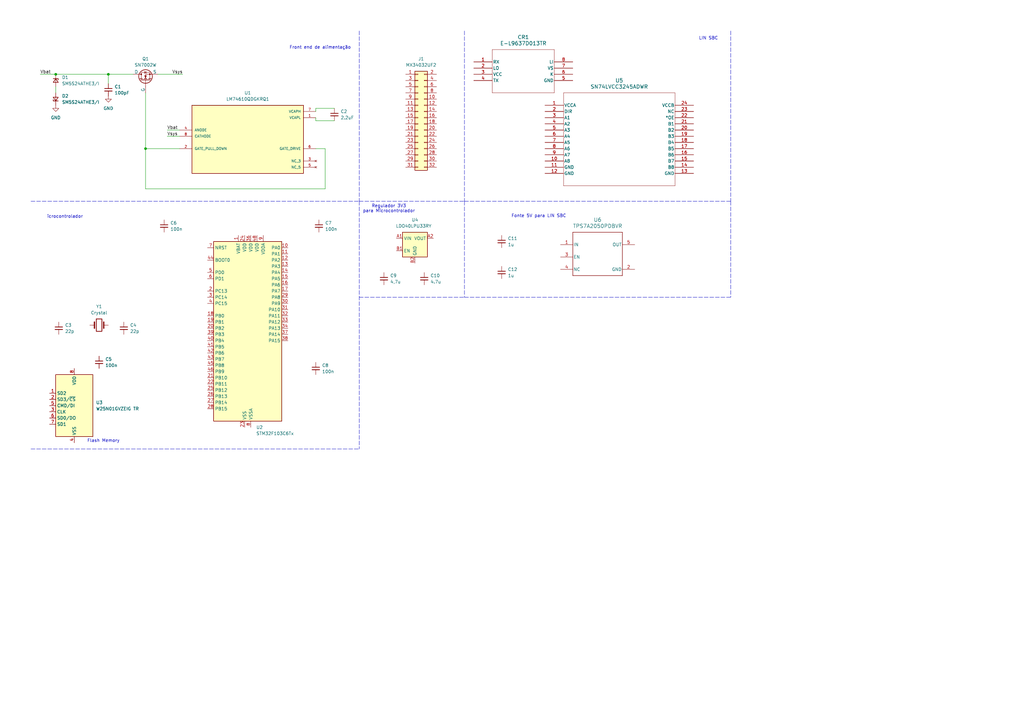
<source format=kicad_sch>
(kicad_sch (version 20231120) (generator "eeschema") (generator_version "8.0")
  (paper "A3")
  (title_block (title "Circuito Controlador Farol - Fiat 142 HL") (date "2024-05-03") (rev "A") (company "FIT") (comment 1 "Projeto Terra_Prometida"))
  (lib_symbols
    (symbol "Connector_Generic:Conn_02x16_Odd_Even" (pin_names (offset 1.016) hide)
      (property "Reference" "J" (at 1.27 20.32 0))
      (property "Value" "Conn_02x16_Odd_Even" (at 1.27 -22.86 0))
      (symbol "Conn_02x16_Odd_Even_1_1"
        (rectangle (start -1.27 -20.193) (end 0 -20.447) (stroke (width 0.1524)))
        (rectangle (start -1.27 -17.653) (end 0 -17.907) (stroke (width 0.1524)))
        (rectangle (start -1.27 -15.113) (end 0 -15.367) (stroke (width 0.1524)))
        (rectangle (start -1.27 -12.573) (end 0 -12.827) (stroke (width 0.1524)))
        (rectangle (start -1.27 -10.033) (end 0 -10.287) (stroke (width 0.1524)))
        (rectangle (start -1.27 -7.493) (end 0 -7.747) (stroke (width 0.1524)))
        (rectangle (start -1.27 -4.953) (end 0 -5.207) (stroke (width 0.1524)))
        (rectangle (start -1.27 -2.413) (end 0 -2.667) (stroke (width 0.1524)))
        (rectangle (start -1.27 0.127) (end 0 -0.127) (stroke (width 0.1524)))
        (rectangle (start -1.27 2.667) (end 0 2.413) (stroke (width 0.1524)))
        (rectangle (start -1.27 5.207) (end 0 4.953) (stroke (width 0.1524)))
        (rectangle (start -1.27 7.747) (end 0 7.493) (stroke (width 0.1524)))
        (rectangle (start -1.27 10.287) (end 0 10.033) (stroke (width 0.1524)))
        (rectangle (start -1.27 12.827) (end 0 12.573) (stroke (width 0.1524)))
        (rectangle (start -1.27 15.367) (end 0 15.113) (stroke (width 0.1524)))
        (rectangle (start -1.27 17.907) (end 0 17.653) (stroke (width 0.1524)))
        (rectangle (start -1.27 19.05) (end 3.81 -21.59) (stroke (width 0.254)) (fill (type background)))
        (rectangle (start 3.81 -20.193) (end 2.54 -20.447) (stroke (width 0.1524)))
        (rectangle (start 3.81 -17.653) (end 2.54 -17.907) (stroke (width 0.1524)))
        (rectangle (start 3.81 -15.113) (end 2.54 -15.367) (stroke (width 0.1524)))
        (rectangle (start 3.81 -12.573) (end 2.54 -12.827) (stroke (width 0.1524)))
        (rectangle (start 3.81 -10.033) (end 2.54 -10.287) (stroke (width 0.1524)))
        (rectangle (start 3.81 -7.493) (end 2.54 -7.747) (stroke (width 0.1524)))
        (rectangle (start 3.81 -4.953) (end 2.54 -5.207) (stroke (width 0.1524)))
        (rectangle (start 3.81 -2.413) (end 2.54 -2.667) (stroke (width 0.1524)))
        (rectangle (start 3.81 0.127) (end 2.54 -0.127) (stroke (width 0.1524)))
        (rectangle (start 3.81 2.667) (end 2.54 2.413) (stroke (width 0.1524)))
        (rectangle (start 3.81 5.207) (end 2.54 4.953) (stroke (width 0.1524)))
        (rectangle (start 3.81 7.747) (end 2.54 7.493) (stroke (width 0.1524)))
        (rectangle (start 3.81 10.287) (end 2.54 10.033) (stroke (width 0.1524)))
        (rectangle (start 3.81 12.827) (end 2.54 12.573) (stroke (width 0.1524)))
        (rectangle (start 3.81 15.367) (end 2.54 15.113) (stroke (width 0.1524)))
        (rectangle (start 3.81 17.907) (end 2.54 17.653) (stroke (width 0.1524)))
        (pin passive line (at -5.08 17.78 0) (length 3.81) (name "Pin_1") (number "1"))
        (pin passive line (at 7.62 7.62 180) (length 3.81) (name "Pin_10") (number "10"))
        (pin passive line (at -5.08 5.08 0) (length 3.81) (name "Pin_11") (number "11"))
        (pin passive line (at 7.62 5.08 180) (length 3.81) (name "Pin_12") (number "12"))
        (pin passive line (at -5.08 2.54 0) (length 3.81) (name "Pin_13") (number "13"))
        (pin passive line (at 7.62 2.54 180) (length 3.81) (name "Pin_14") (number "14"))
        (pin passive line (at -5.08 0 0) (length 3.81) (name "Pin_15") (number "15"))
        (pin passive line (at 7.62 0 180) (length 3.81) (name "Pin_16") (number "16"))
        (pin passive line (at -5.08 -2.54 0) (length 3.81) (name "Pin_17") (number "17"))
        (pin passive line (at 7.62 -2.54 180) (length 3.81) (name "Pin_18") (number "18"))
        (pin passive line (at -5.08 -5.08 0) (length 3.81) (name "Pin_19") (number "19"))
        (pin passive line (at 7.62 17.78 180) (length 3.81) (name "Pin_2") (number "2"))
        (pin passive line (at 7.62 -5.08 180) (length 3.81) (name "Pin_20") (number "20"))
        (pin passive line (at -5.08 -7.62 0) (length 3.81) (name "Pin_21") (number "21"))
        (pin passive line (at 7.62 -7.62 180) (length 3.81) (name "Pin_22") (number "22"))
        (pin passive line (at -5.08 -10.16 0) (length 3.81) (name "Pin_23") (number "23"))
        (pin passive line (at 7.62 -10.16 180) (length 3.81) (name "Pin_24") (number "24"))
        (pin passive line (at -5.08 -12.7 0) (length 3.81) (name "Pin_25") (number "25"))
        (pin passive line (at 7.62 -12.7 180) (length 3.81) (name "Pin_26") (number "26"))
        (pin passive line (at -5.08 -15.24 0) (length 3.81) (name "Pin_27") (number "27"))
        (pin passive line (at 7.62 -15.24 180) (length 3.81) (name "Pin_28") (number "28"))
        (pin passive line (at -5.08 -17.78 0) (length 3.81) (name "Pin_29") (number "29"))
        (pin passive line (at -5.08 15.24 0) (length 3.81) (name "Pin_3") (number "3"))
        (pin passive line (at 7.62 -17.78 180) (length 3.81) (name "Pin_30") (number "30"))
        (pin passive line (at -5.08 -20.32 0) (length 3.81) (name "Pin_31") (number "31"))
        (pin passive line (at 7.62 -20.32 180) (length 3.81) (name "Pin_32") (number "32"))
        (pin passive line (at 7.62 15.24 180) (length 3.81) (name "Pin_4") (number "4"))
        (pin passive line (at -5.08 12.7 0) (length 3.81) (name "Pin_5") (number "5"))
        (pin passive line (at 7.62 12.7 180) (length 3.81) (name "Pin_6") (number "6"))
        (pin passive line (at -5.08 10.16 0) (length 3.81) (name "Pin_7") (number "7"))
        (pin passive line (at 7.62 10.16 180) (length 3.81) (name "Pin_8") (number "8"))
        (pin passive line (at -5.08 7.62 0) (length 3.81) (name "Pin_9") (number "9"))
      )
    )
    (symbol "Device:C_Small" (pin_numbers hide) (pin_names (offset 0.254) hide)
      (property "Reference" "C" (at 0.254 1.778 0))
      (property "Value" "C_Small" (at 0.254 -2.032 0))
      (symbol "C_Small_0_1"
        (polyline (pts (xy -1.524 -0.508) (xy 1.524 -0.508)) (stroke (width 0.3302)))
        (polyline (pts (xy -1.524 0.508) (xy 1.524 0.508)) (stroke (width 0.3048)))
      )
      (symbol "C_Small_1_1"
        (pin passive line (at 0 2.54 270) (length 2.032) (name "~") (number "1"))
        (pin passive line (at 0 -2.54 90) (length 2.032) (name "~") (number "2"))
      )
    )
    (symbol "Device:Crystal" (pin_numbers hide) (pin_names (offset 1.016) hide)
      (property "Reference" "Y" (at 0 3.81 0))
      (property "Value" "Crystal" (at 0 -3.81 0))
      (symbol "Crystal_0_1"
        (rectangle (start -1.143 2.54) (end 1.143 -2.54) (stroke (width 0.3048)))
        (polyline (pts (xy -2.54 0) (xy -1.905 0)))
        (polyline (pts (xy -1.905 -1.27) (xy -1.905 1.27)) (stroke (width 0.508)))
        (polyline (pts (xy 1.905 -1.27) (xy 1.905 1.27)) (stroke (width 0.508)))
        (polyline (pts (xy 2.54 0) (xy 1.905 0)))
      )
      (symbol "Crystal_1_1"
        (pin passive line (at -3.81 0 0) (length 1.27) (name "1") (number "1"))
        (pin passive line (at 3.81 0 180) (length 1.27) (name "2") (number "2"))
      )
    )
    (symbol "Device:D_Zener_Small" (pin_numbers hide) (pin_names (offset 0.254) hide)
      (property "Reference" "D" (at 0 2.286 0))
      (property "Value" "D_Zener_Small" (at 0 -2.286 0))
      (symbol "D_Zener_Small_0_1"
        (polyline (pts (xy 0.762 0) (xy -0.762 0)))
        (polyline (pts (xy -0.254 1.016) (xy -0.762 1.016) (xy -0.762 -1.016)) (stroke (width 0.254)))
        (polyline (pts (xy 0.762 1.016) (xy -0.762 0) (xy 0.762 -1.016) (xy 0.762 1.016)) (stroke (width 0.254)))
      )
      (symbol "D_Zener_Small_1_1"
        (pin passive line (at -2.54 0 0) (length 1.778) (name "K") (number "1"))
        (pin passive line (at 2.54 0 180) (length 1.778) (name "A") (number "2"))
      )
    )
    (symbol "E_L9637D013TR:E-L9637D013TR" (pin_names (offset 0.254))
      (property "Reference" "CR" (at 20.32 10.16 0))
      (property "Value" "E-L9637D013TR" (at 20.32 7.62 0))
      (symbol "E-L9637D013TR_0_1"
        (polyline (pts (xy 7.62 -12.7) (xy 33.02 -12.7)) (stroke (width 0.127)))
        (polyline (pts (xy 7.62 5.08) (xy 7.62 -12.7)) (stroke (width 0.127)))
        (polyline (pts (xy 33.02 -12.7) (xy 33.02 5.08)) (stroke (width 0.127)))
        (polyline (pts (xy 33.02 5.08) (xy 7.62 5.08)) (stroke (width 0.127)))
        (pin output line (at 0 0 0) (length 7.62) (name "RX") (number "1"))
        (pin output line (at 0 -2.54 0) (length 7.62) (name "LO") (number "2"))
        (pin power_in line (at 0 -5.08 0) (length 7.62) (name "VCC") (number "3"))
        (pin input line (at 0 -7.62 0) (length 7.62) (name "TX") (number "4"))
        (pin power_out line (at 40.64 -7.62 180) (length 7.62) (name "GND") (number "5"))
        (pin bidirectional line (at 40.64 -5.08 180) (length 7.62) (name "K") (number "6"))
        (pin power_in line (at 40.64 -2.54 180) (length 7.62) (name "VS") (number "7"))
        (pin input line (at 40.64 0 180) (length 7.62) (name "LI") (number "8"))
      )
    )
    (symbol "LM74610QDGKRQ1:LM74610QDGKRQ1" (pin_names (offset 1.016))
      (property "Reference" "U" (at -22.86 13.97 0))
      (property "Value" "LM74610QDGKRQ1" (at -22.86 -16.51 0))
      (symbol "LM74610QDGKRQ1_0_0"
        (rectangle (start -22.86 -15.24) (end 22.86 12.7) (stroke (width 0.254)) (fill (type background)))
        (pin output line (at 27.94 7.62 180) (length 5.08) (name "VCAPL") (number "1"))
        (pin bidirectional line (at -27.94 -5.08 0) (length 5.08) (name "GATE_PULL_DOWN") (number "2"))
        (pin no_connect line (at 27.94 -10.16 180) (length 5.08) (name "NC_3") (number "3"))
        (pin bidirectional line (at -27.94 2.54 0) (length 5.08) (name "ANODE") (number "4"))
        (pin no_connect line (at 27.94 -12.7 180) (length 5.08) (name "NC_5") (number "5"))
        (pin output line (at 27.94 -5.08 180) (length 5.08) (name "GATE_DRIVE") (number "6"))
        (pin output line (at 27.94 10.16 180) (length 5.08) (name "VCAPH") (number "7"))
        (pin bidirectional line (at -27.94 0 0) (length 5.08) (name "CATHODE") (number "8"))
      )
    )
    (symbol "MCU_ST_STM32F1:STM32F103C6Tx"
      (property "Reference" "U" (at -12.7 39.37 0))
      (property "Value" "STM32F103C6Tx" (at 10.16 39.37 0))
      (symbol "STM32F103C6Tx_0_1"
        (rectangle (start -12.7 -35.56) (end 15.24 38.1) (stroke (width 0.254)) (fill (type background)))
      )
      (symbol "STM32F103C6Tx_1_1"
        (pin power_in line (at -2.54 40.64 270) (length 2.54) (name "VBAT") (number "1"))
        (pin bidirectional line (at 17.78 35.56 180) (length 2.54) (name "PA0") (number "10"))
        (pin bidirectional line (at 17.78 33.02 180) (length 2.54) (name "PA1") (number "11"))
        (pin bidirectional line (at 17.78 30.48 180) (length 2.54) (name "PA2") (number "12"))
        (pin bidirectional line (at 17.78 27.94 180) (length 2.54) (name "PA3") (number "13"))
        (pin bidirectional line (at 17.78 25.4 180) (length 2.54) (name "PA4") (number "14"))
        (pin bidirectional line (at 17.78 22.86 180) (length 2.54) (name "PA5") (number "15"))
        (pin bidirectional line (at 17.78 20.32 180) (length 2.54) (name "PA6") (number "16"))
        (pin bidirectional line (at 17.78 17.78 180) (length 2.54) (name "PA7") (number "17"))
        (pin bidirectional line (at -15.24 7.62 0) (length 2.54) (name "PB0") (number "18"))
        (pin bidirectional line (at -15.24 5.08 0) (length 2.54) (name "PB1") (number "19"))
        (pin bidirectional line (at -15.24 17.78 0) (length 2.54) (name "PC13") (number "2"))
        (pin bidirectional line (at -15.24 2.54 0) (length 2.54) (name "PB2") (number "20"))
        (pin bidirectional line (at -15.24 -17.78 0) (length 2.54) (name "PB10") (number "21"))
        (pin bidirectional line (at -15.24 -20.32 0) (length 2.54) (name "PB11") (number "22"))
        (pin power_in line (at 0 -38.1 90) (length 2.54) (name "VSS") (number "23"))
        (pin power_in line (at 0 40.64 270) (length 2.54) (name "VDD") (number "24"))
        (pin bidirectional line (at -15.24 -22.86 0) (length 2.54) (name "PB12") (number "25"))
        (pin bidirectional line (at -15.24 -25.4 0) (length 2.54) (name "PB13") (number "26"))
        (pin bidirectional line (at -15.24 -27.94 0) (length 2.54) (name "PB14") (number "27"))
        (pin bidirectional line (at -15.24 -30.48 0) (length 2.54) (name "PB15") (number "28"))
        (pin bidirectional line (at 17.78 15.24 180) (length 2.54) (name "PA8") (number "29"))
        (pin bidirectional line (at -15.24 15.24 0) (length 2.54) (name "PC14") (number "3"))
        (pin bidirectional line (at 17.78 12.7 180) (length 2.54) (name "PA9") (number "30"))
        (pin bidirectional line (at 17.78 10.16 180) (length 2.54) (name "PA10") (number "31"))
        (pin bidirectional line (at 17.78 7.62 180) (length 2.54) (name "PA11") (number "32"))
        (pin bidirectional line (at 17.78 5.08 180) (length 2.54) (name "PA12") (number "33"))
        (pin bidirectional line (at 17.78 2.54 180) (length 2.54) (name "PA13") (number "34"))
        (pin passive line (at 0 -38.1 90) (length 2.54) hide (name "VSS") (number "35"))
        (pin power_in line (at 2.54 40.64 270) (length 2.54) (name "VDD") (number "36"))
        (pin bidirectional line (at 17.78 0 180) (length 2.54) (name "PA14") (number "37"))
        (pin bidirectional line (at 17.78 -2.54 180) (length 2.54) (name "PA15") (number "38"))
        (pin bidirectional line (at -15.24 0 0) (length 2.54) (name "PB3") (number "39"))
        (pin bidirectional line (at -15.24 12.7 0) (length 2.54) (name "PC15") (number "4"))
        (pin bidirectional line (at -15.24 -2.54 0) (length 2.54) (name "PB4") (number "40"))
        (pin bidirectional line (at -15.24 -5.08 0) (length 2.54) (name "PB5") (number "41"))
        (pin bidirectional line (at -15.24 -7.62 0) (length 2.54) (name "PB6") (number "42"))
        (pin bidirectional line (at -15.24 -10.16 0) (length 2.54) (name "PB7") (number "43"))
        (pin input line (at -15.24 30.48 0) (length 2.54) (name "BOOT0") (number "44"))
        (pin bidirectional line (at -15.24 -12.7 0) (length 2.54) (name "PB8") (number "45"))
        (pin bidirectional line (at -15.24 -15.24 0) (length 2.54) (name "PB9") (number "46"))
        (pin passive line (at 0 -38.1 90) (length 2.54) hide (name "VSS") (number "47"))
        (pin power_in line (at 5.08 40.64 270) (length 2.54) (name "VDD") (number "48"))
        (pin bidirectional line (at -15.24 25.4 0) (length 2.54) (name "PD0") (number "5"))
        (pin bidirectional line (at -15.24 22.86 0) (length 2.54) (name "PD1") (number "6"))
        (pin input line (at -15.24 35.56 0) (length 2.54) (name "NRST") (number "7"))
        (pin power_in line (at 2.54 -38.1 90) (length 2.54) (name "VSSA") (number "8"))
        (pin power_in line (at 7.62 40.64 270) (length 2.54) (name "VDDA") (number "9"))
      )
    )
    (symbol "Memory_Flash:XTSD01G"
      (property "Reference" "U" (at -7.62 15.24 0))
      (property "Value" "XTSD01G" (at 2.54 15.24 0))
      (symbol "XTSD01G_0_1"
        (rectangle (start -7.62 12.7) (end 7.62 -12.7) (stroke (width 0.254)) (fill (type background)))
      )
      (symbol "XTSD01G_1_1"
        (pin bidirectional line (at -10.16 5.08 0) (length 2.54) (name "SD2") (number "1"))
        (pin bidirectional line (at -10.16 2.54 0) (length 2.54) (name "SD3/~{CS}") (number "2"))
        (pin input line (at -10.16 -2.54 0) (length 2.54) (name "CLK") (number "3"))
        (pin power_in line (at 0 -15.24 90) (length 2.54) (name "VSS") (number "4"))
        (pin input line (at -10.16 0 0) (length 2.54) (name "CMD/DI") (number "5"))
        (pin bidirectional line (at -10.16 -5.08 0) (length 2.54) (name "SD0/DO") (number "6"))
        (pin bidirectional line (at -10.16 -7.62 0) (length 2.54) (name "SD1") (number "7"))
        (pin power_in line (at 0 15.24 270) (length 2.54) (name "VDD") (number "8"))
      )
    )
    (symbol "Regulator_Linear:NCP163AFCS180T2G"
      (property "Reference" "U" (at 3.81 -6.35 0))
      (property "Value" "NCP163AFCS180T2G" (at 0 6.35 0))
      (symbol "NCP163AFCS180T2G_0_1"
        (rectangle (start -5.08 5.08) (end 5.08 -5.08) (stroke (width 0.254)) (fill (type background)))
      )
      (symbol "NCP163AFCS180T2G_1_1"
        (pin power_in line (at -7.62 2.54 0) (length 2.54) (name "VIN") (number "A1"))
        (pin power_out line (at 7.62 2.54 180) (length 2.54) (name "VOUT") (number "A2"))
        (pin input line (at -7.62 -2.54 0) (length 2.54) (name "EN") (number "B1"))
        (pin power_in line (at 0 -7.62 90) (length 2.54) (name "GND") (number "B2"))
      )
    )
    (symbol "SN74LVCC3245ADWR:SN74LVCC3245ADWR" (pin_names (offset 0.254))
      (property "Reference" "U" (at 30.48 10.16 0))
      (property "Value" "SN74LVCC3245ADWR" (at 30.48 7.62 0))
      (symbol "SN74LVCC3245ADWR_0_1"
        (polyline (pts (xy 7.62 -33.02) (xy 53.34 -33.02)) (stroke (width 0.127)))
        (polyline (pts (xy 7.62 5.08) (xy 7.62 -33.02)) (stroke (width 0.127)))
        (polyline (pts (xy 53.34 -33.02) (xy 53.34 5.08)) (stroke (width 0.127)))
        (polyline (pts (xy 53.34 5.08) (xy 7.62 5.08)) (stroke (width 0.127)))
        (pin power_in line (at 0 0 0) (length 7.62) (name "VCCA") (number "1"))
        (pin bidirectional line (at 0 -22.86 0) (length 7.62) (name "A8") (number "10"))
        (pin power_in line (at 0 -25.4 0) (length 7.62) (name "GND") (number "11"))
        (pin power_in line (at 0 -27.94 0) (length 7.62) (name "GND") (number "12"))
        (pin power_in line (at 60.96 -27.94 180) (length 7.62) (name "GND") (number "13"))
        (pin bidirectional line (at 60.96 -25.4 180) (length 7.62) (name "B8") (number "14"))
        (pin bidirectional line (at 60.96 -22.86 180) (length 7.62) (name "B7") (number "15"))
        (pin bidirectional line (at 60.96 -20.32 180) (length 7.62) (name "B6") (number "16"))
        (pin bidirectional line (at 60.96 -17.78 180) (length 7.62) (name "B5") (number "17"))
        (pin bidirectional line (at 60.96 -15.24 180) (length 7.62) (name "B4") (number "18"))
        (pin bidirectional line (at 60.96 -12.7 180) (length 7.62) (name "B3") (number "19"))
        (pin input line (at 0 -2.54 0) (length 7.62) (name "DIR") (number "2"))
        (pin bidirectional line (at 60.96 -10.16 180) (length 7.62) (name "B2") (number "20"))
        (pin bidirectional line (at 60.96 -7.62 180) (length 7.62) (name "B1") (number "21"))
        (pin input line (at 60.96 -5.08 180) (length 7.62) (name "*OE") (number "22"))
        (pin unspecified line (at 60.96 -2.54 180) (length 7.62) (name "NC") (number "23"))
        (pin power_in line (at 60.96 0 180) (length 7.62) (name "VCCB") (number "24"))
        (pin bidirectional line (at 0 -5.08 0) (length 7.62) (name "A1") (number "3"))
        (pin bidirectional line (at 0 -7.62 0) (length 7.62) (name "A2") (number "4"))
        (pin bidirectional line (at 0 -10.16 0) (length 7.62) (name "A3") (number "5"))
        (pin bidirectional line (at 0 -12.7 0) (length 7.62) (name "A4") (number "6"))
        (pin bidirectional line (at 0 -15.24 0) (length 7.62) (name "A5") (number "7"))
        (pin bidirectional line (at 0 -17.78 0) (length 7.62) (name "A6") (number "8"))
        (pin bidirectional line (at 0 -20.32 0) (length 7.62) (name "A7") (number "9"))
      )
    )
    (symbol "Simulation_SPICE:NMOS" (pin_numbers hide) (pin_names (offset 0))
      (property "Reference" "Q" (at 5.08 1.27 0))
      (property "Value" "NMOS" (at 5.08 -1.27 0))
      (symbol "NMOS_0_1"
        (polyline (pts (xy 0.254 0) (xy -2.54 0)))
        (polyline (pts (xy 0.254 1.905) (xy 0.254 -1.905)) (stroke (width 0.254)))
        (polyline (pts (xy 0.762 -1.27) (xy 0.762 -2.286)) (stroke (width 0.254)))
        (polyline (pts (xy 0.762 0.508) (xy 0.762 -0.508)) (stroke (width 0.254)))
        (polyline (pts (xy 0.762 2.286) (xy 0.762 1.27)) (stroke (width 0.254)))
        (polyline (pts (xy 2.54 2.54) (xy 2.54 1.778)))
        (polyline (pts (xy 2.54 -2.54) (xy 2.54 0) (xy 0.762 0)))
        (polyline (pts (xy 0.762 -1.778) (xy 3.302 -1.778) (xy 3.302 1.778) (xy 0.762 1.778)))
        (polyline (pts (xy 1.016 0) (xy 2.032 0.381) (xy 2.032 -0.381) (xy 1.016 0)) (fill (type outline)))
        (polyline (pts (xy 2.794 0.508) (xy 2.921 0.381) (xy 3.683 0.381) (xy 3.81 0.254)))
        (polyline (pts (xy 3.302 0.381) (xy 2.921 -0.254) (xy 3.683 -0.254) (xy 3.302 0.381)))
        (circle (center 1.651 0) (radius 2.794) (stroke (width 0.254)))
        (circle (center 2.54 -1.778) (radius 0.254) (fill (type outline)))
        (circle (center 2.54 1.778) (radius 0.254) (fill (type outline)))
      )
      (symbol "NMOS_1_1"
        (pin passive line (at 2.54 5.08 270) (length 2.54) (name "D") (number "1"))
        (pin input line (at -5.08 0 0) (length 2.54) (name "G") (number "2"))
        (pin passive line (at 2.54 -5.08 90) (length 2.54) (name "S") (number "3"))
      )
    )
    (symbol "TPS7A2050PDBVR:TPS7A2050PDBVR" (pin_names (offset 0.254))
      (property "Reference" "U" (at 0 2.54 0))
      (property "Value" "TPS7A2050PDBVR" (at 0 0 0))
      (symbol "TPS7A2050PDBVR_0_1"
        (polyline (pts (xy 5.08 -12.7) (xy 25.4 -12.7)) (stroke (width 0.2032)))
        (polyline (pts (xy 5.08 5.08) (xy 5.08 -12.7)) (stroke (width 0.2032)))
        (polyline (pts (xy 25.4 -12.7) (xy 25.4 5.08)) (stroke (width 0.2032)))
        (polyline (pts (xy 25.4 5.08) (xy 5.08 5.08)) (stroke (width 0.2032)))
        (pin power_in line (at 0 0 0) (length 5.08) (name "IN") (number "1"))
        (pin power_in line (at 30.48 -10.16 180) (length 5.08) (name "GND") (number "2"))
        (pin input line (at 0 -5.08 0) (length 5.08) (name "EN") (number "3"))
        (pin unspecified line (at 0 -10.16 0) (length 5.08) (name "NC") (number "4"))
        (pin unspecified line (at 30.48 0 180) (length 5.08) (name "OUT") (number "5"))
      )
    )
    (symbol "power:GND" (power) (pin_names (offset 0))
      (property "Value" "GND" (at 0 -3.81 0))
      (symbol "GND_0_1"
        (polyline (pts (xy 0 0) (xy 0 -1.27) (xy 1.27 -1.27) (xy 0 -2.54) (xy -1.27 -1.27) (xy 0 -1.27)))
      )
      (symbol "GND_1_1"
        (pin power_in line (at 0 0 270) (length 0) hide (name "GND") (number "1"))
      )
    )
  )
  (junction (at 44.45 30.48))
  (junction (at 59.69 60.96))
  (junction (at 22.86 30.48))
  (wire (pts (xy 137.16 49.53) (xy 129.54 49.53)))
  (wire (pts (xy 44.45 30.48) (xy 54.61 30.48)))
  (wire (pts (xy 129.54 60.96) (xy 133.35 60.96)))
  (polyline (pts (xy 299.72 82.55) (xy 299.72 121.92)) (stroke (width 0) (type dash)))
  (polyline (pts (xy 147.32 12.7) (xy 147.32 82.55)) (stroke (width 0) (type dash)))
  (polyline (pts (xy 147.32 82.55) (xy 190.5 82.55)) (stroke (width 0) (type dash)))
  (polyline (pts (xy 190.5 82.55) (xy 190.5 121.92)) (stroke (width 0) (type dash)))
  (wire (pts (xy 16.51 30.48) (xy 22.86 30.48)))
  (wire (pts (xy 129.54 44.45) (xy 129.54 45.72)))
  (polyline (pts (xy 147.32 82.55) (xy 147.32 184.15)) (stroke (width 0) (type dash)))
  (polyline (pts (xy 12.7 82.55) (xy 147.32 82.55)) (stroke (width 0) (type dash)))
  (wire (pts (xy 68.58 53.34) (xy 73.66 53.34)))
  (wire (pts (xy 22.86 35.56) (xy 22.86 38.1)))
  (polyline (pts (xy 299.72 12.7) (xy 299.72 82.55)) (stroke (width 0) (type dash)))
  (wire (pts (xy 133.35 60.96) (xy 133.35 77.47)))
  (polyline (pts (xy 12.7 184.15) (xy 147.32 184.15)) (stroke (width 0) (type dash)))
  (wire (pts (xy 137.16 44.45) (xy 129.54 44.45)))
  (wire (pts (xy 22.86 30.48) (xy 44.45 30.48)))
  (wire (pts (xy 44.45 30.48) (xy 44.45 34.29)))
  (polyline (pts (xy 190.5 82.55) (xy 299.72 82.55)) (stroke (width 0) (type dash)))
  (wire (pts (xy 133.35 77.47) (xy 59.69 77.47)))
  (polyline (pts (xy 190.5 12.7) (xy 190.5 82.55)) (stroke (width 0) (type dash)))
  (wire (pts (xy 59.69 77.47) (xy 59.69 60.96)))
  (polyline (pts (xy 190.5 121.92) (xy 299.72 121.92)) (stroke (width 0) (type dash)))
  (wire (pts (xy 129.54 49.53) (xy 129.54 48.26)))
  (polyline (pts (xy 147.32 121.92) (xy 190.5 121.92)) (stroke (width 0) (type dash)))
  (wire (pts (xy 68.58 55.88) (xy 73.66 55.88)))
  (wire (pts (xy 59.69 60.96) (xy 73.66 60.96)))
  (wire (pts (xy 64.77 30.48) (xy 74.93 30.48)))
  (wire (pts (xy 59.69 38.1) (xy 59.69 60.96)))
  (text "icrocontrolador" (at 26.67 88.9 0) (effects (font (size 1.27 1.27))))
  (text "Front end de alimentação" (at 131.318 19.558 0) (effects (font (size 1.27 1.27))))
  (text "Flash Memory\n" (at 42.418 180.848 0) (effects (font (size 1.27 1.27))))
  (text "Regulador 3V3\npara Microcontrolador" (at 159.512 85.598 0) (effects (font (size 1.27 1.27))))
  (text "LIN SBC" (at 290.576 15.748 0) (effects (font (size 1.27 1.27))))
  (text "Fonte 5V para LIN SBC" (at 220.98 88.646 0) (effects (font (size 1.27 1.27))))
  (label "Vsys" (at 74.93 30.48 180))
  (label "Vsys" (at 68.58 55.88 0))
  (label "Vbat" (at 68.58 53.34 0))
  (label "Vbat" (at 16.51 30.48 0))
  (symbol (lib_id "E_L9637D013TR:E-L9637D013TR") (at 194.31 25.4 0) (unit 1)
    (property "Reference" "CR1" (at 214.63 15.24 0) (effects (font (size 1.524 1.524))))
    (property "Value" "E-L9637D013TR" (at 214.63 17.78 0) (effects (font (size 1.524 1.524))))
    (property "Footprint" "SO-8_STM" (effects (hide yes)))
    (property "Datasheet" "https://www.st.com/content/ccc/resource/technical/document/datasheet/4a/80/83/26/e0/78/4d/18/CD00000234.pdf/files/CD00000234.pdf/jcr:content/translations/en.CD00000234.pdf" (effects (hide yes)))
  )
  (symbol (lib_id "Simulation_SPICE:NMOS") (at 59.69 33.02 90) (unit 1)
    (property "Reference" "Q1" (at 59.69 24.13 90))
    (property "Value" "SN7002W" (at 59.69 26.67 90))
    (property "Datasheet" "https://www.mouser.com/datasheet/2/196/Infineon_SN7002W_DataSheet_v02_05_EN-522963.pdf" (effects (hide yes)))
    (property "Description" "N-MOSFET transistor, drain/source/gate" (effects (hide yes)))
    (property "Sim.Device" "NMOS" (effects (hide yes)))
    (property "Sim.Type" "VDMOS" (effects (hide yes)))
    (property "Sim.Pins" "1=D 2=G 3=S" (effects (hide yes)))
  )
  (symbol (lib_id "Device:D_Zener_Small") (at 22.86 33.02 270) (unit 1)
    (property "Reference" "D1" (at 25.4 31.7499 90) (effects (justify left)))
    (property "Value" "SM5S24ATHE3/I" (at 25.4 34.2899 90) (effects (justify left)))
    (property "Datasheet" "https://www.vishay.com/docs/87609/sm5s10atthrusm5s36at.pdf" (effects (hide yes)))
    (property "Description" "Zener diode, small symbol" (effects (hide yes)))
  )
  (symbol (lib_id "Device:C_Small") (at 130.81 92.71 0) (unit 1)
    (property "Reference" "C7" (at 133.35 91.4462 0) (effects (justify left)))
    (property "Value" "100n" (at 133.35 93.9862 0) (effects (justify left)))
    (property "Description" "Unpolarized capacitor, small symbol" (effects (hide yes)))
  )
  (symbol (lib_id "SN74LVCC3245ADWR:SN74LVCC3245ADWR") (at 223.52 43.18 0) (unit 1)
    (property "Reference" "U5" (at 254 33.02 0) (effects (font (size 1.524 1.524))))
    (property "Value" "SN74LVCC3245ADWR" (at 254 35.56 0) (effects (font (size 1.524 1.524))))
    (property "Footprint" "DW24" (effects (hide yes)))
    (property "Datasheet" "https://www.ti.com/lit/ds/symlink/sn74lvcc3245a.pdf?HQS=dis-dk-null-digikeymode-dsf-pf-null-wwe&ts=1714730616383&ref_url=https%253A%252F%252Fwww.ti.com%252Fgeneral%252Fdocs%252Fsuppproductinfo.tsp%253FdistId%253D10%2526gotoUrl%253Dhttps%253A%252F%252Fwww.ti.com%252Flit%252Fgpn%252Fsn74lvcc3245a" (effects (hide yes)))
  )
  (symbol (lib_id "Device:C_Small") (at 50.8 134.62 0) (unit 1)
    (property "Reference" "C4" (at 53.34 133.3562 0) (effects (justify left)))
    (property "Value" "22p" (at 53.34 135.8962 0) (effects (justify left)))
    (property "Description" "Unpolarized capacitor, small symbol" (effects (hide yes)))
  )
  (symbol (lib_id "Device:C_Small") (at 24.13 134.62 0) (unit 1)
    (property "Reference" "C3" (at 26.67 133.3562 0) (effects (justify left)))
    (property "Value" "22p" (at 26.67 135.8962 0) (effects (justify left)))
    (property "Description" "Unpolarized capacitor, small symbol" (effects (hide yes)))
  )
  (symbol (lib_id "Device:C_Small") (at 44.45 36.83 0) (unit 1)
    (property "Reference" "C1" (at 46.99 35.5662 0) (effects (justify left)))
    (property "Value" "100pF" (at 46.99 38.1062 0) (effects (justify left)))
    (property "Description" "Unpolarized capacitor, small symbol" (effects (hide yes)))
  )
  (symbol (lib_id "power:GND") (at 44.45 39.37 0) (unit 1)
    (property "Reference" "#PWR02" (effects (hide yes)))
    (property "Value" "GND" (at 44.45 44.45 0))
    (property "Description" "Power symbol creates a global label with name \"GND\" , ground" (effects (hide yes)))
  )
  (symbol (lib_id "Device:C_Small") (at 40.64 148.59 0) (unit 1)
    (property "Reference" "C5" (at 43.18 147.3262 0) (effects (justify left)))
    (property "Value" "100n" (at 43.18 149.8662 0) (effects (justify left)))
    (property "Description" "Unpolarized capacitor, small symbol" (effects (hide yes)))
  )
  (symbol (lib_id "Device:Crystal") (at 40.64 133.35 0) (unit 1)
    (property "Reference" "Y1" (at 40.64 125.73 0))
    (property "Value" "Crystal" (at 40.64 128.27 0))
    (property "Description" "Two pin crystal" (effects (hide yes)))
  )
  (symbol (lib_id "Device:C_Small") (at 173.99 114.3 0) (unit 1)
    (property "Reference" "C10" (at 176.53 113.0362 0) (effects (justify left)))
    (property "Value" "4.7u" (at 176.53 115.5762 0) (effects (justify left)))
    (property "Description" "Unpolarized capacitor, small symbol" (effects (hide yes)))
  )
  (symbol (lib_id "MCU_ST_STM32F1:STM32F103C6Tx") (at 100.33 137.16 0) (unit 1)
    (property "Reference" "U2" (at 105.0641 175.26 0) (effects (justify left)))
    (property "Value" "STM32F103C6Tx" (at 105.0641 177.8 0) (effects (justify left)))
    (property "Footprint" "Package_QFP:LQFP-48_7x7mm_P0.5mm" (effects (hide yes)))
    (property "Datasheet" "https://www.st.com/resource/en/datasheet/stm32f103c6.pdf" (effects (hide yes)))
    (property "Description" "STMicroelectronics Arm Cortex-M3 MCU, 32KB flash, 10KB RAM, 72 MHz, 2.0-3.6V, 37 GPIO, LQFP48" (effects (hide yes)))
  )
  (symbol (lib_id "Device:C_Small") (at 129.54 151.13 0) (unit 1)
    (property "Reference" "C8" (at 132.08 149.8662 0) (effects (justify left)))
    (property "Value" "100n" (at 132.08 152.4062 0) (effects (justify left)))
    (property "Description" "Unpolarized capacitor, small symbol" (effects (hide yes)))
  )
  (symbol (lib_id "Device:D_Zener_Small") (at 22.86 40.64 90) (unit 1)
    (property "Reference" "D2" (at 25.4 39.3699 90) (effects (justify right)))
    (property "Value" "SM5S24ATHE3/I" (at 25.4 41.9099 90) (effects (justify right)))
    (property "Datasheet" "https://www.vishay.com/docs/87609/sm5s10atthrusm5s36at.pdf" (effects (hide yes)))
    (property "Description" "Zener diode, small symbol" (effects (hide yes)))
  )
  (symbol (lib_id "Device:C_Small") (at 205.74 111.76 0) (unit 1)
    (property "Reference" "C12" (at 208.28 110.4962 0) (effects (justify left)))
    (property "Value" "1u" (at 208.28 113.0362 0) (effects (justify left)))
    (property "Description" "Unpolarized capacitor, small symbol" (effects (hide yes)))
  )
  (symbol (lib_id "Connector_Generic:Conn_02x16_Odd_Even") (at 171.45 48.26 0) (unit 1)
    (property "Reference" "J1" (at 172.72 24.13 0))
    (property "Value" "MX34032UF2" (at 172.72 26.67 0))
    (property "Footprint" "file:///home/cabure/Downloads/MB-0360E_MX34.pdf" (effects (hide yes)))
    (property "Description" "Generic connector, double row, 02x16, odd/even pin numbering scheme (row 1 odd numbers, row 2 even numbers), script generated (kicad-library-utils/schlib/autogen/connector/)" (effects (hide yes)))
  )
  (symbol (lib_id "Memory_Flash:XTSD01G") (at 30.48 166.37 0) (unit 1)
    (property "Reference" "U3" (at 39.37 165.0999 0) (effects (justify left)))
    (property "Value" "W25N01GVZEIG TR" (at 39.37 167.6399 0) (effects (justify left)))
    (property "Datasheet" "https://www.winbond.com/resource-files/w25n01gv%20revl%20050918%20unsecured.pdf" (effects (hide yes)))
    (property "Description" "1Gbit NAND flash compliant with SD2.0 interface, 50Mhz 3.3V, LGA-8" (effects (hide yes)))
  )
  (symbol (lib_id "TPS7A2050PDBVR:TPS7A2050PDBVR") (at 229.87 100.33 0) (unit 1)
    (property "Reference" "U6" (at 245.11 90.17 0) (effects (font (size 1.524 1.524))))
    (property "Value" "TPS7A2050PDBVR" (at 245.11 92.71 0) (effects (font (size 1.524 1.524))))
    (property "Footprint" "DBV0005A-IPC_A" (effects (hide yes)))
    (property "Datasheet" "TPS7A2050PDBVR" (effects (hide yes)))
  )
  (symbol (lib_id "LM74610QDGKRQ1:LM74610QDGKRQ1") (at 101.6 55.88 0) (unit 1)
    (property "Reference" "U1" (at 101.6 38.1 0))
    (property "Value" "LM74610QDGKRQ1" (at 101.6 40.64 0))
    (property "Footprint" "LM74610QDGKRQ1:SOP65P490X110-8N" (effects (hide yes)))
    (property "Datasheet" "https://www.ti.com/lit/ds/symlink/lm74610-q1.pdf?HQS=dis-dk-null-digikeymode-dsf-pf-null-wwe&ts=1714736010431&ref_url=https%253A%252F%252Fwww.ti.com%252Fgeneral%252Fdocs%252Fsuppproductinfo.tsp%253FdistId%253D10%2526gotoUrl%253Dhttps%253A%252F%252Fwww.ti.com%252Flit%252Fgpn%252Flm74610-q1" (effects (hide yes)))
    (property "PARTREV" "B" (effects (hide yes)))
    (property "STANDARD" "IPC-7351B" (effects (hide yes)))
    (property "MAXIMUM_PACKAGE_HEIGHT" "1.10 mm" (effects (hide yes)))
    (property "MANUFACTURER" "Texas Instruments" (effects (hide yes)))
  )
  (symbol (lib_id "power:GND") (at 22.86 43.18 0) (unit 1)
    (property "Reference" "#PWR01" (effects (hide yes)))
    (property "Value" "GND" (at 22.86 48.26 0))
    (property "Description" "Power symbol creates a global label with name \"GND\" , ground" (effects (hide yes)))
  )
  (symbol (lib_id "Device:C_Small") (at 67.31 92.71 0) (unit 1)
    (property "Reference" "C6" (at 69.85 91.4462 0) (effects (justify left)))
    (property "Value" "100n" (at 69.85 93.9862 0) (effects (justify left)))
    (property "Description" "Unpolarized capacitor, small symbol" (effects (hide yes)))
  )
  (symbol (lib_id "Device:C_Small") (at 157.48 114.3 0) (unit 1)
    (property "Reference" "C9" (at 160.02 113.0362 0) (effects (justify left)))
    (property "Value" "4,7u" (at 160.02 115.5762 0) (effects (justify left)))
    (property "Description" "Unpolarized capacitor, small symbol" (effects (hide yes)))
  )
  (symbol (lib_id "Device:C_Small") (at 205.74 99.06 0) (unit 1)
    (property "Reference" "C11" (at 208.28 97.7962 0) (effects (justify left)))
    (property "Value" "1u" (at 208.28 100.3362 0) (effects (justify left)))
    (property "Description" "Unpolarized capacitor, small symbol" (effects (hide yes)))
  )
  (symbol (lib_id "Device:C_Small") (at 137.16 46.99 0) (unit 1)
    (property "Reference" "C2" (at 139.7 45.7262 0) (effects (justify left)))
    (property "Value" "2.2uF" (at 139.7 48.2662 0) (effects (justify left)))
    (property "Description" "Unpolarized capacitor, small symbol" (effects (hide yes)))
  )
  (symbol (lib_id "Regulator_Linear:NCP163AFCS180T2G") (at 170.18 100.33 0) (unit 1)
    (property "Reference" "U4" (at 170.18 90.17 0))
    (property "Value" "LDO40LPU33RY " (at 170.18 92.71 0))
    (property "Datasheet" "https://www.mouser.com/datasheet/2/389/ldo40l-1843445.pdf" (effects (hide yes)))
    (property "Description" "LDO Voltage Regulators 400 mA, 38 V low-dropout regulator, 45 uA quiescent current " (effects (hide yes)))
  )
)
</source>
